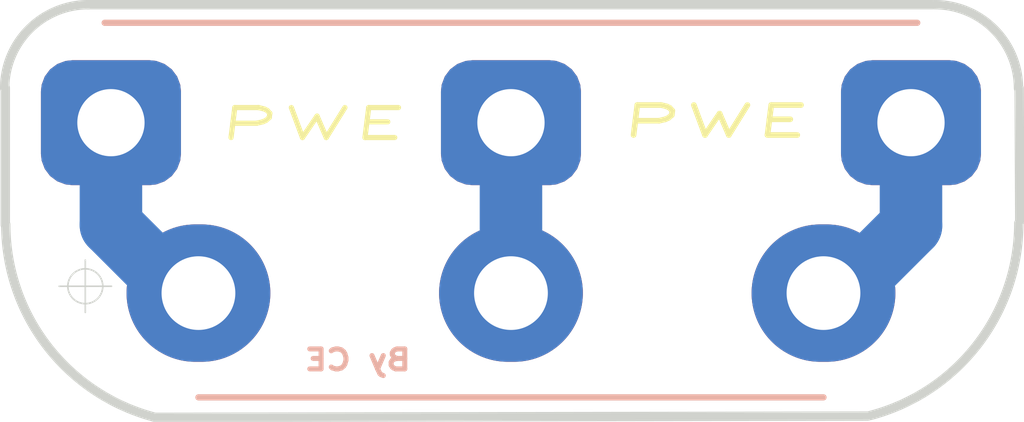
<source format=kicad_pcb>
(kicad_pcb (version 20171130) (host pcbnew "(5.1.5)-3")

  (general
    (thickness 1.6)
    (drawings 12)
    (tracks 9)
    (zones 0)
    (modules 1)
    (nets 1)
  )

  (page A4)
  (layers
    (0 F.Cu signal)
    (31 B.Cu signal)
    (32 B.Adhes user)
    (33 F.Adhes user)
    (34 B.Paste user)
    (35 F.Paste user)
    (36 B.SilkS user)
    (37 F.SilkS user)
    (38 B.Mask user)
    (39 F.Mask user)
    (40 Dwgs.User user)
    (41 Cmts.User user)
    (42 Eco1.User user)
    (43 Eco2.User user)
    (44 Edge.Cuts user)
    (45 Margin user)
    (46 B.CrtYd user)
    (47 F.CrtYd user)
    (48 B.Fab user)
    (49 F.Fab user)
  )

  (setup
    (last_trace_width 0.25)
    (user_trace_width 0.5)
    (user_trace_width 0.75)
    (user_trace_width 0.88)
    (user_trace_width 1)
    (trace_clearance 0.2)
    (zone_clearance 0.508)
    (zone_45_only no)
    (trace_min 0.2)
    (via_size 0.6)
    (via_drill 0.4)
    (via_min_size 0.4)
    (via_min_drill 0.3)
    (uvia_size 0.3)
    (uvia_drill 0.1)
    (uvias_allowed no)
    (uvia_min_size 0.2)
    (uvia_min_drill 0.1)
    (edge_width 0.15)
    (segment_width 0.2)
    (pcb_text_width 0.3)
    (pcb_text_size 1.5 1.5)
    (mod_edge_width 0.15)
    (mod_text_size 1 1)
    (mod_text_width 0.15)
    (pad_size 2 2.24)
    (pad_drill 1.076)
    (pad_to_mask_clearance 0.2)
    (aux_axis_origin 124.58 72.36)
    (visible_elements 7FFFFFFF)
    (pcbplotparams
      (layerselection 0x00030_80000001)
      (usegerberextensions false)
      (usegerberattributes false)
      (usegerberadvancedattributes false)
      (creategerberjobfile false)
      (excludeedgelayer true)
      (linewidth 0.100000)
      (plotframeref false)
      (viasonmask false)
      (mode 1)
      (useauxorigin false)
      (hpglpennumber 1)
      (hpglpenspeed 20)
      (hpglpendiameter 15.000000)
      (psnegative false)
      (psa4output false)
      (plotreference true)
      (plotvalue true)
      (plotinvisibletext false)
      (padsonsilk false)
      (subtractmaskfromsilk false)
      (outputformat 1)
      (mirror false)
      (drillshape 1)
      (scaleselection 1)
      (outputdirectory ""))
  )

  (net 0 "")

  (net_class Default "This is the default net class."
    (clearance 0.2)
    (trace_width 0.25)
    (via_dia 0.6)
    (via_drill 0.4)
    (uvia_dia 0.3)
    (uvia_drill 0.1)
  )

  (module .pretty:Noll_TonePot_2 (layer F.Cu) (tedit 609CAE4E) (tstamp 5B705834)
    (at 127.79 69.87 270)
    (descr "Potentiometer, vertically mounted, Omeg PC16PU, Omeg PC16PU, Omeg PC16PU, Vishay/Spectrol 248GJ/249GJ Single, Vishay/Spectrol 248GJ/249GJ Single, Vishay/Spectrol 248GJ/249GJ Single, Vishay/Spectrol 248GH/249GH Single, Vishay/Spectrol 148/149 Single, Vishay/Spectrol 148/149 Single, Vishay/Spectrol 148/149 Single, Vishay/Spectrol 148A/149A Single with mounting plates, Vishay/Spectrol 148/149 Double, Vishay/Spectrol 148A/149A Double with mounting plates, Piher PC-16 Single, Piher PC-16 Single, Piher PC-16 Single, Piher PC-16SV Single, Piher PC-16 Double, Piher PC-16 Triple, Piher T16H Single, Piher T16L Single, Piher T16H Double, Alps RK163 Single, Alps RK163 Double, http://www.alps.com/prod/info/E/PDF/Potentiometer/MetalShaft/RK163/RK163.PDF")
    (tags "Potentiometer vertical  Omeg PC16PU  Omeg PC16PU  Omeg PC16PU  Vishay/Spectrol 248GJ/249GJ Single  Vishay/Spectrol 248GJ/249GJ Single  Vishay/Spectrol 248GJ/249GJ Single  Vishay/Spectrol 248GH/249GH Single  Vishay/Spectrol 148/149 Single  Vishay/Spectrol 148/149 Single  Vishay/Spectrol 148/149 Single  Vishay/Spectrol 148A/149A Single with mounting plates  Vishay/Spectrol 148/149 Double  Vishay/Spectrol 148A/149A Double with mounting plates  Piher PC-16 Single  Piher PC-16 Single  Piher PC-16 Single  Piher PC-16SV Single  Piher PC-16 Double  Piher PC-16 Triple  Piher T16H Single  Piher T16L Single  Piher T16H Double  Alps RK163 Single  Alps RK163 Double")
    (fp_text reference NTP1 (at 0.41 1.54 90) (layer F.SilkS) hide
      (effects (font (size 0.127 0.127) (thickness 0.03175)))
    )
    (fp_text value Tone_Pot (at 1.42 -7.39 180) (layer B.SilkS) hide
      (effects (font (size 0.3 0.3) (thickness 0.075)) (justify mirror))
    )
    (fp_line (start 2 -10) (end 2 0) (layer B.SilkS) (width 0.1))
    (fp_line (start -4 -11.5) (end -4 1.5) (layer B.SilkS) (width 0.1))
    (pad 6 thru_hole roundrect (at -2.4 1.4 270) (size 2 2.24) (drill 1.076) (layers *.Cu *.Mask) (roundrect_rratio 0.25))
    (pad 5 thru_hole roundrect (at -2.4 -5 270) (size 2 2.24) (drill 1.076) (layers *.Cu *.Mask) (roundrect_rratio 0.25))
    (pad 4 thru_hole roundrect (at -2.4 -11.4 270) (size 2 2.24) (drill 1.076) (layers *.Cu *.Mask) (roundrect_rratio 0.25))
    (pad 3 thru_hole oval (at 0.33 -10 270) (size 2.2 2.3) (drill 1.18) (layers *.Cu *.Mask))
    (pad 2 thru_hole oval (at 0.33 -5 270) (size 2.2 2.3) (drill 1.18) (layers *.Cu *.Mask))
    (pad 1 thru_hole oval (at 0.33 0 270) (size 2.2 2.3) (drill 1.18) (layers *.Cu *.Mask))
    (model Potentiometers.3dshapes/Potentiometer_Alps_RK163_Double_Vertical.wrl
      (at (xyz 0 0 0))
      (scale (xyz 1 1 1))
      (rotate (xyz 0 0 0))
    )
  )

  (gr_text PWE (at 136.04 67.45) (layer F.SilkS) (tstamp 609D4732)
    (effects (font (size 0.48 1) (thickness 0.09) italic))
  )
  (gr_text PWE (at 129.6 67.49) (layer F.SilkS)
    (effects (font (size 0.48 1) (thickness 0.0825) italic))
  )
  (gr_arc (start 127.9 69.1) (end 127.06 72.18) (angle 74.7448813) (layer Edge.Cuts) (width 0.15) (tstamp 609D25F9))
  (gr_arc (start 126.03 66.92) (end 126.03 65.58) (angle -90) (layer Edge.Cuts) (width 0.15) (tstamp 601D73C5))
  (gr_arc (start 139.57 66.92) (end 140.91 66.92) (angle -90) (layer Edge.Cuts) (width 0.15))
  (gr_arc (start 137.73 69.08) (end 138.54 72.16) (angle -75.26559423) (layer Edge.Cuts) (width 0.15))
  (target plus (at 125.98 70.09) (size 0.8382) (width 0.0254) (layer Edge.Cuts))
  (gr_text "By CE" (at 130.34 71.27) (layer B.SilkS)
    (effects (font (size 0.32 0.38) (thickness 0.08)) (justify mirror))
  )
  (gr_line (start 139.53 65.58) (end 126.02 65.58) (angle 90) (layer Edge.Cuts) (width 0.15))
  (gr_line (start 124.7 69.11) (end 124.7 66.91) (angle 90) (layer Edge.Cuts) (width 0.15))
  (gr_line (start 138.5 72.17) (end 127.09 72.19) (angle 90) (layer Edge.Cuts) (width 0.15))
  (gr_line (start 140.92 66.92) (end 140.93 69.05) (angle 90) (layer Edge.Cuts) (width 0.15))

  (segment (start 132.79 67.47) (end 132.79 70.2) (width 1) (layer B.Cu) (net 0))
  (segment (start 127.73 70.2) (end 127.79 70.2) (width 1) (layer B.Cu) (net 0))
  (segment (start 126.29 67.47) (end 126.31 67.49) (width 1) (layer B.Cu) (net 0))
  (segment (start 126.39 69.11) (end 126.39 67.47) (width 1) (layer B.Cu) (net 0))
  (segment (start 127.79 70.2) (end 127.48 70.2) (width 1) (layer B.Cu) (net 0))
  (segment (start 127.48 70.2) (end 126.39 69.11) (width 1) (layer B.Cu) (net 0))
  (segment (start 139.19 69.12) (end 139.19 67.47) (width 1) (layer B.Cu) (net 0))
  (segment (start 137.79 70.2) (end 138.11 70.2) (width 1) (layer B.Cu) (net 0))
  (segment (start 138.11 70.2) (end 139.19 69.12) (width 1) (layer B.Cu) (net 0))

)

</source>
